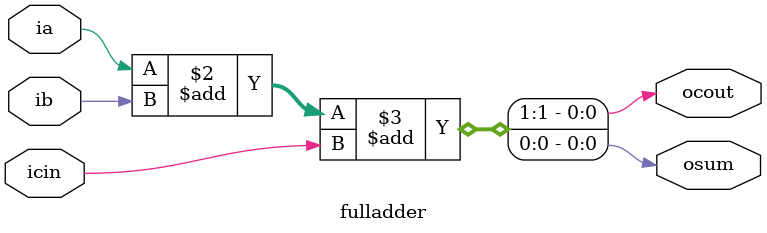
<source format=v>
`timescale 1ns / 1ps

/**************************************************
 * Design Name: adder_4bit
 * Date (y/m/d): 2022/09/19
 *
 * Description:
 *
 **************************************************/

/* Module requirements:
  - scalable (use of carries)
  - input  : two MP_WIDTH bit values + carry in (1bit)
  - output : one MP_WIDTH bit value  + carry out (1bit)
  - latency: 0 clock cycles (combinational logic)
*/

module fulladder
#(
  parameter MP_WIDTH = 1
)
(
  input  wire [MP_WIDTH-1:0] ia,   // input value
  input  wire [MP_WIDTH-1:0] ib,   // input value
  input  wire                icin, // carry in

  output reg  [MP_WIDTH-1:0] osum, // output value
  output reg                 ocout // carry out
);

  // ======= 1 method =======

  // assign {ocout, osum} = ia + ib + icin;

  // ======= 2 method =======

  always @(*) begin : cfull_add_PROC
    {ocout, osum} = ia + ib + icin;
  end // cfull_add_PROC

endmodule

</source>
